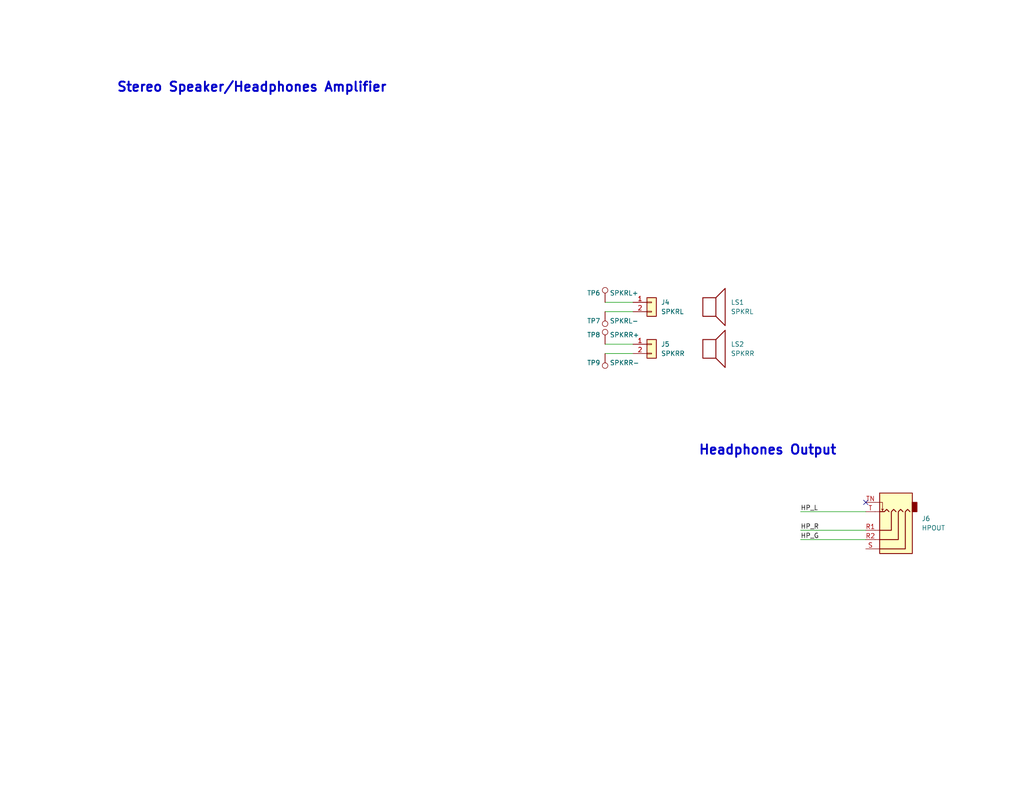
<source format=kicad_sch>
(kicad_sch (version 20231120) (generator "eeschema") (generator_version "8.0")
  (paper "A")
  (title_block (title "pico_synth_sandbox - Audio Output") (date "2024-09-08") (rev "3") (comment 3 "pico-synth-sandbox.dcdalrymple.com") (comment 4 "D Cooper Dalrymple"))
  (lib_symbols
    (symbol "Connector:TestPoint" (pin_numbers hide) (pin_names (offset 0.762) hide)
      (property "Reference" "TP" (at 0 6.858 0))
      (property "Value" "TestPoint" (at 0 5.08 0))
      (symbol "TestPoint_0_1"
        (circle (center 0 3.302) (radius 0.762))
      )
      (symbol "TestPoint_1_1"
        (pin passive line (at 0 0 90) (length 2.54) (name "1") (number "1"))
      )
    )
    (symbol "Connector_Audio:AudioJack4_SwitchT1"
      (property "Reference" "J" (at 0 11.43 0))
      (property "Value" "AudioJack4_SwitchT1" (at 0 8.89 0))
      (symbol "AudioJack4_SwitchT1_0_1"
        (rectangle (start -7.62 -5.08) (end -8.89 -7.62) (stroke (width 0.254)) (fill (type outline)))
        (polyline (pts (xy 1.27 -5.08) (xy 2.54 -5.08)))
        (polyline (pts (xy 1.27 2.54) (xy 2.54 2.54)))
        (polyline (pts (xy 2.54 0) (xy 1.27 0)))
        (polyline (pts (xy 2.54 5.08) (xy 1.27 5.08)))
        (rectangle (start 1.27 6.35) (end -7.62 -10.16) (stroke (width 0.254)) (fill (type background)))
      )
      (symbol "AudioJack4_SwitchT1_1_1"
        (polyline (pts (xy 0.508 -5.334) (xy 0.762 -5.842)))
        (polyline (pts (xy -1.27 -5.08) (xy -0.635 -5.715) (xy 0 -5.08) (xy 1.27 -5.08)) (stroke (width 0.254)))
        (polyline (pts (xy 2.54 -7.62) (xy 0.508 -7.62) (xy 0.508 -5.334) (xy 0.254 -5.842)))
        (polyline (pts (xy -3.175 -5.08) (xy -2.54 -5.715) (xy -1.905 -5.08) (xy -1.905 0) (xy 1.27 0)) (stroke (width 0.254)))
        (polyline (pts (xy 1.27 2.54) (xy -3.81 2.54) (xy -3.81 -5.08) (xy -4.445 -5.715) (xy -5.08 -5.08)) (stroke (width 0.254)))
        (polyline (pts (xy 1.27 5.08) (xy -5.715 5.08) (xy -5.715 -5.08) (xy -6.35 -5.715) (xy -6.985 -5.08)) (stroke (width 0.254)))
        (pin passive line (at 5.08 0 180) (length 2.54) (name "~") (number "R1"))
        (pin passive line (at 5.08 2.54 180) (length 2.54) (name "~") (number "R2"))
        (pin passive line (at 5.08 5.08 180) (length 2.54) (name "~") (number "S"))
        (pin passive line (at 5.08 -5.08 180) (length 2.54) (name "~") (number "T"))
        (pin passive line (at 5.08 -7.62 180) (length 2.54) (name "~") (number "TN"))
      )
    )
    (symbol "Connector_Generic:Conn_01x02" (pin_names (offset 1.016) hide)
      (property "Reference" "J" (at 0 2.54 0))
      (property "Value" "Conn_01x02" (at 0 -5.08 0))
      (symbol "Conn_01x02_1_1"
        (rectangle (start -1.27 -2.413) (end 0 -2.667) (stroke (width 0.1524)))
        (rectangle (start -1.27 0.127) (end 0 -0.127) (stroke (width 0.1524)))
        (rectangle (start -1.27 1.27) (end 1.27 -3.81) (stroke (width 0.254)) (fill (type background)))
        (pin passive line (at -5.08 0 0) (length 3.81) (name "Pin_1") (number "1"))
        (pin passive line (at -5.08 -2.54 0) (length 3.81) (name "Pin_2") (number "2"))
      )
    )
    (symbol "pico_synth_sandbox:MiniOvalSpeaker" (pin_names (offset 0) hide)
      (property "Reference" "LS" (at 1.27 5.715 0))
      (property "Value" "MiniOvalSpeaker" (at 1.27 3.81 0))
      (symbol "MiniOvalSpeaker_0_0"
        (rectangle (start -2.54 1.27) (end 1.016 -3.81) (stroke (width 0.254)))
        (polyline (pts (xy 1.016 1.27) (xy 3.556 3.81) (xy 3.556 -6.35) (xy 1.016 -3.81)) (stroke (width 0.254)))
      )
    )
  )
  (no_connect (at 236.22 137.16))
  (wire (pts (xy 165.1 93.98) (xy 172.72 93.98)))
  (wire (pts (xy 165.1 85.09) (xy 172.72 85.09)))
  (wire (pts (xy 218.44 147.32) (xy 236.22 147.32)))
  (wire (pts (xy 165.1 82.55) (xy 172.72 82.55)))
  (wire (pts (xy 218.44 144.78) (xy 236.22 144.78)))
  (wire (pts (xy 218.44 139.7) (xy 236.22 139.7)))
  (wire (pts (xy 165.1 96.52) (xy 172.72 96.52)))
  (text "Stereo Speaker/Headphones Amplifier" (at 31.75 25.4 0) (effects (font (size 2.54 2.54) (thickness 0.508) (bold yes)) (justify left bottom)))
  (text "Headphones Output" (at 190.5 124.46 0) (effects (font (size 2.54 2.54) (thickness 0.508) (bold yes)) (justify left bottom)))
  (label "HP_G" (at 218.44 147.32 0))
  (label "HP_L" (at 218.44 139.7 0))
  (label "HP_R" (at 218.44 144.78 0))
  (symbol (lib_id "Connector:TestPoint") (at 165.1 96.52 0) (mirror x) (unit 1)
    (property "Reference" "TP9" (at 163.83 99.06 0) (effects (justify right)))
    (property "Value" "SPKRR-" (at 166.37 99.06 0) (effects (justify left)))
    (property "Footprint" "TestPoint:TestPoint_Pad_D2.0mm" (effects (hide yes)))
  )
  (symbol (lib_id "Connector_Generic:Conn_01x02") (at 177.8 82.55 0) (unit 1)
    (property "Reference" "J4" (at 180.34 82.55 0) (effects (justify left)))
    (property "Value" "SPKRL" (at 180.34 85.09 0) (effects (justify left)))
    (property "Footprint" "Connector_Molex:Molex_PicoBlade_53261-0271_1x02-1MP_P1.25mm_Horizontal" (effects (hide yes)))
  )
  (symbol (lib_id "Connector_Generic:Conn_01x02") (at 177.8 93.98 0) (unit 1)
    (property "Reference" "J5" (at 180.34 93.98 0) (effects (justify left)))
    (property "Value" "SPKRR" (at 180.34 96.52 0) (effects (justify left)))
    (property "Footprint" "Connector_Molex:Molex_PicoBlade_53261-0271_1x02-1MP_P1.25mm_Horizontal" (effects (hide yes)))
  )
  (symbol (lib_id "Connector:TestPoint") (at 165.1 82.55 0) (unit 1)
    (property "Reference" "TP6" (at 163.83 80.01 0) (effects (justify right)))
    (property "Value" "SPKRL+" (at 166.37 80.01 0) (effects (justify left)))
    (property "Footprint" "TestPoint:TestPoint_Pad_D2.0mm" (effects (hide yes)))
  )
  (symbol (lib_id "Connector:TestPoint") (at 165.1 85.09 0) (mirror x) (unit 1)
    (property "Reference" "TP7" (at 163.83 87.63 0) (effects (justify right)))
    (property "Value" "SPKRL-" (at 166.37 87.63 0) (effects (justify left)))
    (property "Footprint" "TestPoint:TestPoint_Pad_D2.0mm" (effects (hide yes)))
  )
  (symbol (lib_id "pico_synth_sandbox:MiniOvalSpeaker") (at 194.31 82.55 0) (unit 1)
    (property "Reference" "LS1" (at 199.39 82.55 0) (effects (justify left)))
    (property "Value" "SPKRL" (at 199.39 85.09 0) (effects (justify left)))
    (property "Footprint" "pico_synth_sandbox:MiniOvalSpeaker" (effects (hide yes)))
    (property "Datasheet" "https://cdn-shop.adafruit.com/product-files/4227/C13238-001+spec+RB-2030008G-046LR-E+for+C13238-001++%281%29.pdf" (effects (hide yes)))
  )
  (symbol (lib_id "pico_synth_sandbox:MiniOvalSpeaker") (at 194.31 93.98 0) (unit 1)
    (property "Reference" "LS2" (at 199.39 93.98 0) (effects (justify left)))
    (property "Value" "SPKRR" (at 199.39 96.52 0) (effects (justify left)))
    (property "Footprint" "pico_synth_sandbox:MiniOvalSpeaker" (effects (hide yes)))
    (property "Datasheet" "https://cdn-shop.adafruit.com/product-files/4227/C13238-001+spec+RB-2030008G-046LR-E+for+C13238-001++%281%29.pdf" (effects (hide yes)))
  )
  (symbol (lib_id "Connector_Audio:AudioJack4_SwitchT1") (at 241.3 144.78 180) (unit 1)
    (property "Reference" "J6" (at 251.46 141.605 0) (effects (justify right)))
    (property "Value" "HPOUT" (at 251.46 144.145 0) (effects (justify right)))
    (property "Footprint" "pico_synth_sandbox:Jack_3.5mm_PJ327A_Horizontal" (effects (hide yes)))
  )
  (symbol (lib_id "Connector:TestPoint") (at 165.1 93.98 0) (unit 1)
    (property "Reference" "TP8" (at 163.83 91.44 0) (effects (justify right)))
    (property "Value" "SPKRR+" (at 166.37 91.44 0) (effects (justify left)))
    (property "Footprint" "TestPoint:TestPoint_Pad_D2.0mm" (effects (hide yes)))
  )
)
</source>
